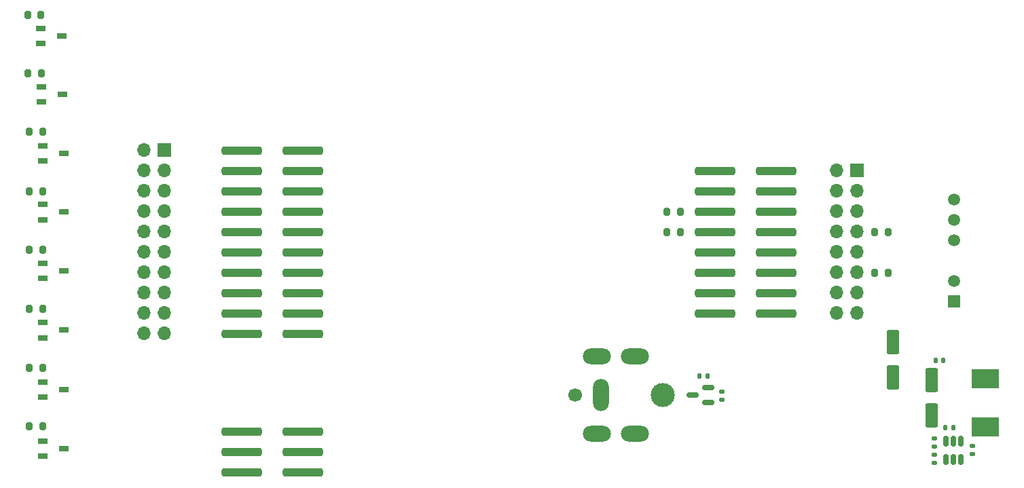
<source format=gbr>
%TF.GenerationSoftware,KiCad,Pcbnew,8.0.3*%
%TF.CreationDate,2025-07-14T16:27:36+02:00*%
%TF.ProjectId,distributionPCB,64697374-7269-4627-9574-696f6e504342,rev?*%
%TF.SameCoordinates,Original*%
%TF.FileFunction,Soldermask,Bot*%
%TF.FilePolarity,Negative*%
%FSLAX46Y46*%
G04 Gerber Fmt 4.6, Leading zero omitted, Abs format (unit mm)*
G04 Created by KiCad (PCBNEW 8.0.3) date 2025-07-14 16:27:36*
%MOMM*%
%LPD*%
G01*
G04 APERTURE LIST*
G04 Aperture macros list*
%AMRoundRect*
0 Rectangle with rounded corners*
0 $1 Rounding radius*
0 $2 $3 $4 $5 $6 $7 $8 $9 X,Y pos of 4 corners*
0 Add a 4 corners polygon primitive as box body*
4,1,4,$2,$3,$4,$5,$6,$7,$8,$9,$2,$3,0*
0 Add four circle primitives for the rounded corners*
1,1,$1+$1,$2,$3*
1,1,$1+$1,$4,$5*
1,1,$1+$1,$6,$7*
1,1,$1+$1,$8,$9*
0 Add four rect primitives between the rounded corners*
20,1,$1+$1,$2,$3,$4,$5,0*
20,1,$1+$1,$4,$5,$6,$7,0*
20,1,$1+$1,$6,$7,$8,$9,0*
20,1,$1+$1,$8,$9,$2,$3,0*%
G04 Aperture macros list end*
%ADD10R,1.700000X1.700000*%
%ADD11O,1.700000X1.700000*%
%ADD12RoundRect,0.200000X0.200000X0.275000X-0.200000X0.275000X-0.200000X-0.275000X0.200000X-0.275000X0*%
%ADD13RoundRect,0.200000X-0.200000X-0.275000X0.200000X-0.275000X0.200000X0.275000X-0.200000X0.275000X0*%
%ADD14R,1.220000X0.650000*%
%ADD15C,1.700000*%
%ADD16C,3.000000*%
%ADD17O,2.000000X4.000000*%
%ADD18O,3.500000X2.000000*%
%ADD19RoundRect,0.140000X0.140000X0.170000X-0.140000X0.170000X-0.140000X-0.170000X0.140000X-0.170000X0*%
%ADD20R,1.500000X1.500000*%
%ADD21C,1.500000*%
%ADD22RoundRect,0.255000X2.245000X0.255000X-2.245000X0.255000X-2.245000X-0.255000X2.245000X-0.255000X0*%
%ADD23RoundRect,0.250000X0.550000X-1.250000X0.550000X1.250000X-0.550000X1.250000X-0.550000X-1.250000X0*%
%ADD24RoundRect,0.140000X0.170000X-0.140000X0.170000X0.140000X-0.170000X0.140000X-0.170000X-0.140000X0*%
%ADD25RoundRect,0.135000X0.135000X0.185000X-0.135000X0.185000X-0.135000X-0.185000X0.135000X-0.185000X0*%
%ADD26RoundRect,0.147500X0.172500X-0.147500X0.172500X0.147500X-0.172500X0.147500X-0.172500X-0.147500X0*%
%ADD27RoundRect,0.150000X0.150000X-0.512500X0.150000X0.512500X-0.150000X0.512500X-0.150000X-0.512500X0*%
%ADD28R,3.500000X2.350000*%
%ADD29RoundRect,0.150000X0.587500X0.150000X-0.587500X0.150000X-0.587500X-0.150000X0.587500X-0.150000X0*%
%ADD30RoundRect,0.135000X0.185000X-0.135000X0.185000X0.135000X-0.185000X0.135000X-0.185000X-0.135000X0*%
%ADD31RoundRect,0.250000X-0.550000X1.250000X-0.550000X-1.250000X0.550000X-1.250000X0.550000X1.250000X0*%
G04 APERTURE END LIST*
D10*
%TO.C,J6*%
X195306000Y-83015000D03*
D11*
X192766000Y-83015000D03*
X195306000Y-85555000D03*
X192766000Y-85555000D03*
X195306000Y-88095000D03*
X192766000Y-88095000D03*
X195306000Y-90635000D03*
X192766000Y-90635000D03*
X195306000Y-93175000D03*
X192766000Y-93175000D03*
X195306000Y-95715000D03*
X192766000Y-95715000D03*
X195306000Y-98255000D03*
X192766000Y-98255000D03*
X195306000Y-100795000D03*
X192766000Y-100795000D03*
%TD*%
D10*
%TO.C,J2*%
X108946000Y-80475000D03*
D11*
X106406000Y-80475000D03*
X108946000Y-83015000D03*
X106406000Y-83015000D03*
X108946000Y-85555000D03*
X106406000Y-85555000D03*
X108946000Y-88095000D03*
X106406000Y-88095000D03*
X108946000Y-90635000D03*
X106406000Y-90635000D03*
X108946000Y-93175000D03*
X106406000Y-93175000D03*
X108946000Y-95715000D03*
X106406000Y-95715000D03*
X108946000Y-98255000D03*
X106406000Y-98255000D03*
X108946000Y-100795000D03*
X106406000Y-100795000D03*
X108946000Y-103335000D03*
X106406000Y-103335000D03*
%TD*%
D12*
%TO.C,R25*%
X93810000Y-107664200D03*
X92160000Y-107664200D03*
%TD*%
%TO.C,R7*%
X93810000Y-78199600D03*
X92160000Y-78199600D03*
%TD*%
D13*
%TO.C,R30*%
X171641000Y-88138000D03*
X173291000Y-88138000D03*
%TD*%
D14*
%TO.C,Q5*%
X93808600Y-96483600D03*
X93808600Y-94583600D03*
X96428600Y-95533600D03*
%TD*%
D12*
%TO.C,R1*%
X93580200Y-63635000D03*
X91930200Y-63635000D03*
%TD*%
%TO.C,R13*%
X93810000Y-92893600D03*
X92160000Y-92893600D03*
%TD*%
D15*
%TO.C,J1*%
X160175000Y-111000000D03*
D16*
X171125000Y-111000000D03*
D17*
X163425000Y-111000000D03*
D18*
X162925000Y-115850000D03*
X167625000Y-115850000D03*
X162925000Y-106150000D03*
X167625000Y-106150000D03*
%TD*%
D19*
%TO.C,C1*%
X207337600Y-115062000D03*
X206377600Y-115062000D03*
%TD*%
D12*
%TO.C,R16*%
X93810000Y-100266000D03*
X92160000Y-100266000D03*
%TD*%
%TO.C,R33*%
X199199000Y-90678000D03*
X197549000Y-90678000D03*
%TD*%
D20*
%TO.C,U1*%
X207441800Y-99288600D03*
D21*
X207441800Y-96748600D03*
X207441800Y-91668600D03*
X207441800Y-89128600D03*
X207441800Y-86588600D03*
%TD*%
D22*
%TO.C,J8*%
X126218000Y-80518000D03*
X118618000Y-80518000D03*
X126218000Y-83058000D03*
X118618000Y-83058000D03*
X126218000Y-85598000D03*
X118618000Y-85598000D03*
X126218000Y-88138000D03*
X118618000Y-88138000D03*
X126218000Y-90678000D03*
X118618000Y-90678000D03*
X126218000Y-93218000D03*
X118618000Y-93218000D03*
X126218000Y-95758000D03*
X118618000Y-95758000D03*
X126218000Y-98298000D03*
X118618000Y-98298000D03*
X126218000Y-100838000D03*
X118618000Y-100838000D03*
X126218000Y-103378000D03*
X118618000Y-103378000D03*
%TD*%
D23*
%TO.C,C2*%
X199821800Y-108829200D03*
X199821800Y-104429200D03*
%TD*%
D19*
%TO.C,C4*%
X206093000Y-106705400D03*
X205133000Y-106705400D03*
%TD*%
D14*
%TO.C,Q3*%
X93808600Y-81802400D03*
X93808600Y-79902400D03*
X96428600Y-80852400D03*
%TD*%
D24*
%TO.C,C3*%
X209727800Y-118336000D03*
X209727800Y-117376000D03*
%TD*%
D25*
%TO.C,R34*%
X176735200Y-108610400D03*
X175715200Y-108610400D03*
%TD*%
D26*
%TO.C,D14*%
X178450900Y-111568700D03*
X178450900Y-110598700D03*
%TD*%
D22*
%TO.C,J9*%
X126218000Y-115570000D03*
X118618000Y-115570000D03*
X126218000Y-118110000D03*
X118618000Y-118110000D03*
X126218000Y-120650000D03*
X118618000Y-120650000D03*
%TD*%
D14*
%TO.C,Q8*%
X93808600Y-118657800D03*
X93808600Y-116757800D03*
X96428600Y-117707800D03*
%TD*%
D12*
%TO.C,R32*%
X199199000Y-95758000D03*
X197549000Y-95758000D03*
%TD*%
D14*
%TO.C,Q4*%
X93808600Y-89143000D03*
X93808600Y-87243000D03*
X96428600Y-88193000D03*
%TD*%
D12*
%TO.C,R28*%
X93810000Y-114883800D03*
X92160000Y-114883800D03*
%TD*%
D27*
%TO.C,IC1*%
X208315600Y-119018900D03*
X207365600Y-119018900D03*
X206415600Y-119018900D03*
X206415600Y-116743900D03*
X207365600Y-116743900D03*
X208315600Y-116743900D03*
%TD*%
D12*
%TO.C,R4*%
X93631000Y-70920600D03*
X91981000Y-70920600D03*
%TD*%
%TO.C,R10*%
X93810000Y-85572000D03*
X92160000Y-85572000D03*
%TD*%
D28*
%TO.C,L1*%
X211353400Y-114988200D03*
X211353400Y-108938200D03*
%TD*%
D29*
%TO.C,Q9*%
X176756300Y-110048000D03*
X176756300Y-111948000D03*
X174881300Y-110998000D03*
%TD*%
D14*
%TO.C,Q6*%
X93808600Y-103875000D03*
X93808600Y-101975000D03*
X96428600Y-102925000D03*
%TD*%
D13*
%TO.C,R31*%
X171641000Y-90678000D03*
X173291000Y-90678000D03*
%TD*%
D22*
%TO.C,J3*%
X185283000Y-83058000D03*
X177683000Y-83058000D03*
X185283000Y-85598000D03*
X177683000Y-85598000D03*
X185283000Y-88138000D03*
X177683000Y-88138000D03*
X185283000Y-90678000D03*
X177683000Y-90678000D03*
X185283000Y-93218000D03*
X177683000Y-93218000D03*
X185283000Y-95758000D03*
X177683000Y-95758000D03*
X185283000Y-98298000D03*
X177683000Y-98298000D03*
X185283000Y-100838000D03*
X177683000Y-100838000D03*
%TD*%
D14*
%TO.C,Q1*%
X93578800Y-67150800D03*
X93578800Y-65250800D03*
X96198800Y-66200800D03*
%TD*%
%TO.C,Q2*%
X93629600Y-74461800D03*
X93629600Y-72561800D03*
X96249600Y-73511800D03*
%TD*%
%TO.C,Q7*%
X93808600Y-111292200D03*
X93808600Y-109392200D03*
X96428600Y-110342200D03*
%TD*%
D30*
%TO.C,R36*%
X204952600Y-119483600D03*
X204952600Y-118463600D03*
%TD*%
%TO.C,R35*%
X204952600Y-117451600D03*
X204952600Y-116431600D03*
%TD*%
D31*
%TO.C,C5*%
X204673200Y-109179000D03*
X204673200Y-113579000D03*
%TD*%
M02*

</source>
